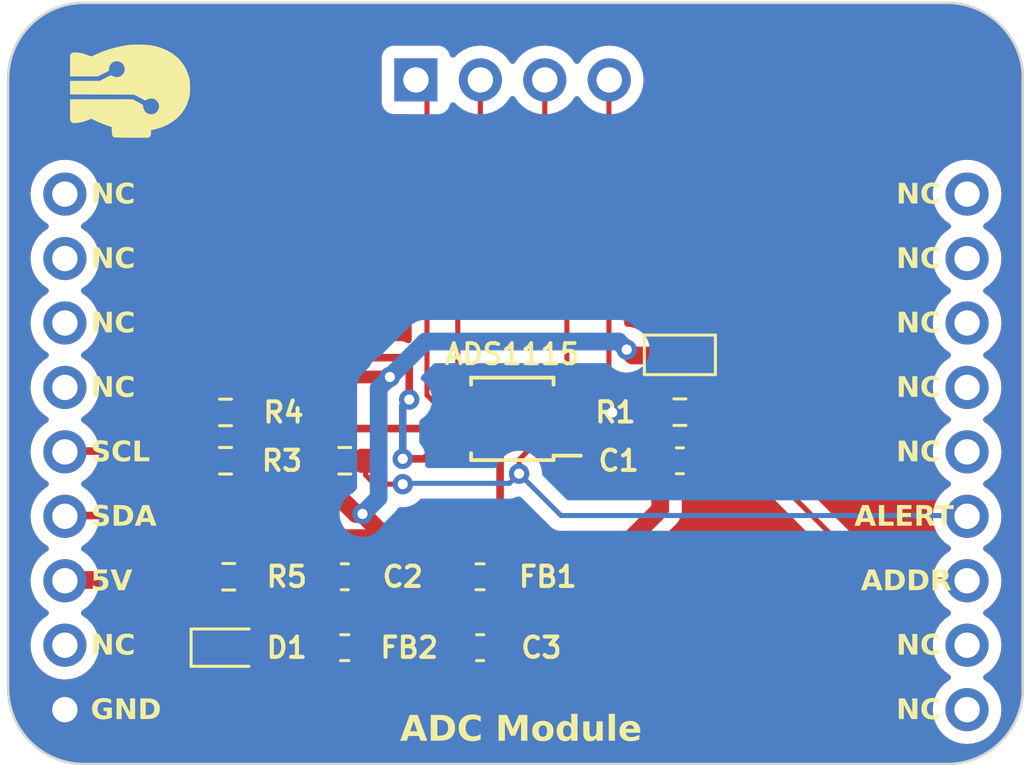
<source format=kicad_pcb>
(kicad_pcb (version 20221018) (generator pcbnew)
  (layers (0 "F.Cu" signal) (31 "B.Cu" signal) (34 "B.Paste" user) (35 "F.Paste" user) (36 "B.SilkS" user "B.Silkscreen") (37 "F.SilkS" user "F.Silkscreen") (38 "B.Mask" user) (39 "F.Mask" user) (44 "Edge.Cuts" user))
  (net 0 "")
  (net 1 "VCC")
  (net 2 "GND")
  (net 3 "+5V")
  (net 4 "SDA")
  (net 5 "SCL")
  (net 6 "AIN0")
  (net 7 "AIN1")
  (net 8 "AIN2")
  (net 9 "AIN3")
  (net 22 "ADDR")
  (net 23 "ALERT")
  (net 24 "Net-(D1-A)")
  (footprint "Resistor_SMD:R_0603_1608Metric" (layer "F.Cu") (at 122.174 94.869 180)
    (fp_text reference "R4" (at -2.286 0) (layer "F.SilkS") (effects (font (size 0.8 0.8) (thickness 0.16) bold)))
    (fp_text value "10K" hide)
    (fp_line (start -0.237258 -0.5225) (end 0.237258 -0.5225) (stroke (width 0.12)) (layer "F.SilkS"))
    (fp_line (start -0.237258 0.5225) (end 0.237258 0.5225) (stroke (width 0.12)) (layer "F.SilkS"))
    (pad "1" smd roundrect (at -0.825 0 180) (size 0.8 0.95) (layers "F.Cu" "F.Paste" "F.Mask") (net 3 "+5V"))
    (pad "2" smd roundrect (at 0.825 0 180) (size 0.8 0.95) (layers "F.Cu" "F.Paste" "F.Mask") (net 5 "SCL"))
  )
  (footprint "Connector_PinSocket_2.54mm:PinSocket_1x04_P2.54mm_Vertical" (layer "F.Cu") (at 129.677 81.763 90)
    (fp_text reference "J1" hide)
    (fp_text value "Conn_01x04_Socket" hide)
    (pad "1" thru_hole rect (at 0 0 90) (size 1.7 1.7) (drill 1) (layers "*.Cu" "*.Mask") (net 9 "AIN3"))
    (pad "2" thru_hole oval (at 0 2.54 90) (size 1.7 1.7) (drill 1) (layers "*.Cu" "*.Mask") (net 8 "AIN2"))
    (pad "3" thru_hole oval (at 0 5.08 90) (size 1.7 1.7) (drill 1) (layers "*.Cu" "*.Mask") (net 7 "AIN1"))
    (pad "4" thru_hole oval (at 0 7.62 90) (size 1.7 1.7) (drill 1) (layers "*.Cu" "*.Mask") (net 6 "AIN0"))
  )
  (footprint "Capacitor_SMD:C_0603_1608Metric" (layer "F.Cu") (at 140.081 96.774)
    (fp_text reference "C1" (at -2.413 0) (layer "F.SilkS") (effects (font (size 0.8 0.8) (thickness 0.16) bold)))
    (fp_text value "10uF" hide)
    (fp_line (start -0.14058 -0.51) (end 0.14058 -0.51) (stroke (width 0.12)) (layer "F.SilkS"))
    (fp_line (start -0.14058 0.51) (end 0.14058 0.51) (stroke (width 0.12)) (layer "F.SilkS"))
    (pad "1" smd roundrect (at -0.775 0) (size 0.9 0.95) (layers "F.Cu" "F.Paste" "F.Mask") (net 1 "VCC"))
    (pad "2" smd roundrect (at 0.775 0) (size 0.9 0.95) (layers "F.Cu" "F.Paste" "F.Mask") (net 2 "GND"))
  )
  (footprint "Resistor_SMD:R_0603_1608Metric" (layer "F.Cu") (at 122.301 101.346)
    (fp_text reference "R5" (at 2.286 0) (layer "F.SilkS") (effects (font (size 0.8 0.8) (thickness 0.16) bold)))
    (fp_text value "470r" hide)
    (fp_line (start -0.237258 -0.5225) (end 0.237258 -0.5225) (stroke (width 0.12)) (layer "F.SilkS"))
    (fp_line (start -0.237258 0.5225) (end 0.237258 0.5225) (stroke (width 0.12)) (layer "F.SilkS"))
    (pad "1" smd roundrect (at -0.825 0) (size 0.8 0.95) (layers "F.Cu" "F.Paste" "F.Mask") (net 3 "+5V"))
    (pad "2" smd roundrect (at 0.825 0) (size 0.8 0.95) (layers "F.Cu" "F.Paste" "F.Mask") (net 24 "Net-(D1-A)"))
  )
  (footprint "Jumper:SolderJumper-2_P1.3mm_Open_Pad1.0x1.5mm" (layer "F.Cu") (at 140.081 92.583 180)
    (fp_text reference "JP1" hide)
    (fp_text value "Jumper_2_Open" hide)
    (fp_line (start -1.4 -0.7968) (end 1.4 -0.7968) (stroke (width 0.12)) (layer "F.SilkS"))
    (fp_line (start -1.4 0.762) (end -1.4 -0.7968) (stroke (width 0.12)) (layer "F.SilkS"))
    (fp_line (start 1.4 -0.7968) (end 1.4 0.762) (stroke (width 0.12)) (layer "F.SilkS"))
    (fp_line (start 1.4 0.762) (end -1.4 0.762) (stroke (width 0.12)) (layer "F.SilkS"))
    (pad "1" smd rect (at -0.65 -0.0408 180) (size 1 1.1056) (layers "F.Cu" "F.Mask") (net 22 "ADDR"))
    (pad "2" smd rect (at 0.65 -0.040801 180) (size 1 1.105598) (layers "F.Cu" "F.Mask") (net 3 "+5V"))
  )
  (footprint "Package_SO:TSSOP-10_3x3mm_P0.5mm" (layer "F.Cu") (at 133.477 95.123 180)
    (fp_text reference "U1" hide)
    (fp_text value "ADS1115" (at 0 2.55) (layer "F.SilkS") (effects (font (size 0.8 0.8))))
    (fp_line (start -1.625 -1.625) (end -1.625 -1.45) (stroke (width 0.15)) (layer "F.SilkS"))
    (fp_line (start -1.625 -1.625) (end 1.625 -1.625) (stroke (width 0.15)) (layer "F.SilkS"))
    (fp_line (start -1.625 -1.45) (end -2.7 -1.45) (stroke (width 0.15)) (layer "F.SilkS"))
    (fp_line (start -1.625 1.625) (end -1.625 1.35) (stroke (width 0.15)) (layer "F.SilkS"))
    (fp_line (start -1.625 1.625) (end 1.625 1.625) (stroke (width 0.15)) (layer "F.SilkS"))
    (fp_line (start 1.625 -1.625) (end 1.625 -1.35) (stroke (width 0.15)) (layer "F.SilkS"))
    (fp_line (start 1.625 1.625) (end 1.625 1.35) (stroke (width 0.15)) (layer "F.SilkS"))
    (pad "1" smd rect (at -2.15 -1 180) (size 1.1 0.25) (layers "F.Cu" "F.Paste" "F.Mask") (net 22 "ADDR"))
    (pad "2" smd rect (at -2.15 -0.5 180) (size 1.1 0.25) (layers "F.Cu" "F.Paste" "F.Mask") (net 23 "ALERT"))
    (pad "3" smd rect (at -2.15 0 180) (size 1.1 0.25) (layers "F.Cu" "F.Paste" "F.Mask") (net 2 "GND"))
    (pad "4" smd rect (at -2.15 0.5 180) (size 1.1 0.25) (layers "F.Cu" "F.Paste" "F.Mask") (net 6 "AIN0"))
    (pad "5" smd rect (at -2.15 1 180) (size 1.1 0.25) (layers "F.Cu" "F.Paste" "F.Mask") (net 7 "AIN1"))
    (pad "6" smd rect (at 2.15 1 180) (size 1.1 0.25) (layers "F.Cu" "F.Paste" "F.Mask") (net 8 "AIN2"))
    (pad "7" smd rect (at 2.15 0.5 180) (size 1.1 0.25) (layers "F.Cu" "F.Paste" "F.Mask") (net 9 "AIN3"))
    (pad "8" smd rect (at 2.15 0 180) (size 1.1 0.25) (layers "F.Cu" "F.Paste" "F.Mask") (net 1 "VCC"))
    (pad "9" smd rect (at 2.15 -0.5 180) (size 1.1 0.25) (layers "F.Cu" "F.Paste" "F.Mask") (net 4 "SDA"))
    (pad "10" smd rect (at 2.15 -1 180) (size 1.1 0.25) (layers "F.Cu" "F.Paste" "F.Mask") (net 5 "SCL"))
  )
  (footprint "LED_SMD:LED_0603_1608Metric" (layer "F.Cu") (at 122.301 104.14)
    (fp_text reference "D1" (at 2.286 0) (layer "F.SilkS") (effects (font (size 0.8 0.8) (thickness 0.16) bold)))
    (fp_text value "LED" hide)
    (fp_line (start -1.485 -0.735) (end -1.485 0.735) (stroke (width 0.12)) (layer "F.SilkS"))
    (fp_line (start -1.485 0.735) (end 0.8 0.735) (stroke (width 0.12)) (layer "F.SilkS"))
    (fp_line (start 0.8 -0.735) (end -1.485 -0.735) (stroke (width 0.12)) (layer "F.SilkS"))
    (pad "1" smd roundrect (at -0.7875 0) (size 0.875 0.95) (layers "F.Cu" "F.Paste" "F.Mask") (net 2 "GND"))
    (pad "2" smd roundrect (at 0.7875 0) (size 0.875 0.95) (layers "F.Cu" "F.Paste" "F.Mask") (net 24 "Net-(D1-A)"))
  )
  (footprint "Resistor_SMD:R_0603_1608Metric" (layer "F.Cu") (at 122.174 96.774 180)
    (fp_text reference "R3" (at -2.223 0) (layer "F.SilkS") (effects (font (size 0.8 0.8) (thickness 0.16) bold)))
    (fp_text value "10K" hide)
    (fp_line (start -0.237258 -0.5225) (end 0.237258 -0.5225) (stroke (width 0.12)) (layer "F.SilkS"))
    (fp_line (start -0.237258 0.5225) (end 0.237258 0.5225) (stroke (width 0.12)) (layer "F.SilkS"))
    (pad "1" smd roundrect (at -0.825 0 180) (size 0.8 0.95) (layers "F.Cu" "F.Paste" "F.Mask") (net 3 "+5V"))
    (pad "2" smd roundrect (at 0.825 0 180) (size 0.8 0.95) (layers "F.Cu" "F.Paste" "F.Mask") (net 4 "SDA"))
  )
  (footprint "Inductor_SMD:L_0603_1608Metric" (layer "F.Cu") (at 126.873 104.14)
    (fp_text reference "FB2" (at 2.54 0) (layer "F.SilkS") (effects (font (size 0.8 0.8) (thickness 0.16) bold)))
    (fp_text value "FerriteBead" hide)
    (fp_line (start -0.162779 -0.51) (end 0.162779 -0.51) (stroke (width 0.12)) (layer "F.SilkS"))
    (fp_line (start -0.162779 0.51) (end 0.162779 0.51) (stroke (width 0.12)) (layer "F.SilkS"))
    (pad "1" smd roundrect (at -0.7875 0) (size 0.875 0.95) (layers "F.Cu" "F.Paste" "F.Mask") (net 2 "GND"))
    (pad "2" smd roundrect (at 0.7875 0) (size 0.875 0.95) (layers "F.Cu" "F.Paste" "F.Mask") (net 2 "GND"))
  )
  (footprint "Resistor_SMD:R_0603_1608Metric" (layer "F.Cu") (at 126.873 96.774)
    (fp_text reference "R2" hide)
    (fp_text value "10k" hide)
    (fp_line (start -0.237258 -0.5225) (end 0.237258 -0.5225) (stroke (width 0.12)) (layer "F.SilkS"))
    (fp_line (start -0.237258 0.5225) (end 0.237258 0.5225) (stroke (width 0.12)) (layer "F.SilkS"))
    (pad "1" smd roundrect (at -0.825 0) (size 0.8 0.95) (layers "F.Cu" "F.Paste" "F.Mask") (net 3 "+5V"))
    (pad "2" smd roundrect (at 0.825 0) (size 0.8 0.95) (layers "F.Cu" "F.Paste" "F.Mask") (net 23 "ALERT"))
  )
  (footprint "Moduler_:pin_header" (layer "F.Cu") (at 133.366994 96.930852)
    (fp_text reference "U3" hide)
    (fp_text value "~" hide)
    (fp_text user "ADDR" (at 13.843 5.08 unlocked) (layer "F.SilkS") (effects (font (size 0.8 0.8) (thickness 0.2) bold) (justify left bottom)))
    (fp_text user "NC" (at 15.24 -2.54 unlocked) (layer "F.SilkS") (effects (font (size 0.8 0.8) (thickness 0.2) bold) (justify left bottom)))
    (fp_text user "NC" (at 15.24 7.62 unlocked) (layer "F.SilkS") (effects (font (size 0.8 0.8) (thickness 0.2) bold) (justify left bottom)))
    (fp_text user "SDA" (at -16.51 2.54 unlocked) (layer "F.SilkS") (effects (font (size 0.8 0.8) (thickness 0.2) bold) (justify left bottom)))
    (fp_text user "GND" (at -16.51 10.16 unlocked) (layer "F.SilkS") (effects (font (size 0.8 0.8) (thickness 0.2) bold) (justify left bottom)))
    (fp_text user "NC" (at -16.51 -5.08 unlocked) (layer "F.SilkS") (effects (font (size 0.8 0.8) (thickness 0.2) bold) (justify left bottom)))
    (fp_text user "NC" (at -16.51 -10.16 unlocked) (layer "F.SilkS") (effects (font (size 0.8 0.8) (thickness 0.2) bold) (justify left bottom)))
    (fp_text user "ADC Module" (at -4.318 11.049 unlocked) (layer "F.SilkS") (effects (font (thickness 0.2) bold) (justify left bottom)))
    (fp_text user "NC" (at -16.51 7.62 unlocked) (layer "F.SilkS") (effects (font (size 0.8 0.8) (thickness 0.2) bold) (justify left bottom)))
    (fp_text user "NC" (at -16.51 -2.54 unlocked) (layer "F.SilkS") (effects (font (size 0.8 0.8) (thickness 0.2) bold) (justify left bottom)))
    (fp_text user "NC" (at 15.24 10.16 unlocked) (layer "F.SilkS") (effects (font (size 0.8 0.8) (thickness 0.2) bold) (justify left bottom)))
    (fp_text user "5V" (at -16.51 5.08 unlocked) (layer "F.SilkS") (effects (font (size 0.8 0.8) (thickness 0.2) bold) (justify left bottom)))
    (fp_text user "NC" (at 15.24 -7.62 unlocked) (layer "F.SilkS") (effects (font (size 0.8 0.8) (thickness 0.2) bold) (justify left bottom)))
    (fp_text user "ALERT" (at 13.589 2.54 unlocked) (layer "F.SilkS") (effects (font (size 0.8 0.8) (thickness 0.2) bold) (justify left bottom)))
    (fp_text user "NC" (at 15.24 -10.16 unlocked) (layer "F.SilkS") (effects (font (size 0.8 0.8) (thickness 0.2) bold) (justify left bottom)))
    (fp_text user "NC" (at 15.24 0 unlocked) (layer "F.SilkS") (effects (font (size 0.8 0.8) (thickness 0.2) bold) (justify left bottom)))
    (fp_text user "NC" (at -16.51 -7.62 unlocked) (layer "F.SilkS") (effects (font (size 0.8 0.8) (thickness 0.2) bold) (justify left bottom)))
    (fp_text user "NC" (at 15.24 -5.08 unlocked) (layer "F.SilkS") (effects (font (size 0.8 0.8) (thickness 0.2) bold) (justify left bottom)))
    (fp_text user "SCL" (at -16.51 0 unlocked) (layer "F.SilkS") (effects (font (size 0.8 0.8) (thickness 0.2) bold) (justify left bottom)))
    (fp_poly (pts (xy -14.485582 -16.559009) (xy -14.360573 -16.554745) (xy -14.248636 -16.54798) (xy -14.157002 -16.538775) (xy -14.117924 -16.532703) (xy -13.929469 -16.491549) (xy -13.759531 -16.440533) (xy -13.595569 -16.375574) (xy -13.505604 -16.333511) (xy -13.302009 -16.218091) (xy -13.123321 -16.083397) (xy -12.969118 -15.928915) (xy -12.838978 -15.754131) (xy -12.73248 -15.558531) (xy -12.6492 -15.3416) (xy -12.625721 -15.261504) (xy -12.612959 -15.20932) (xy -12.603846 -15.156964) (xy -12.597806 -15.097579) (xy -12.594264 -15.024306) (xy -12.592645 -14.930288) (xy -12.59236 -14.863654) (xy -12.592671 -14.758539) (xy -12.594379 -14.67766) (xy -12.598173 -14.613669) (xy -12.604739 -14.559219) (xy -12.614766 -14.506962) (xy -12.628942 -14.449549) (xy -12.632287 -14.43698) (xy -12.705714 -14.221543) (xy -12.805363 -14.022972) (xy -12.930147 -13.842253) (xy -13.078978 -13.68037) (xy -13.250768 -13.538308) (xy -13.444431 -13.417053) (xy -13.658878 -13.317589) (xy -13.893022 -13.240901) (xy -13.975535 -13.220506) (xy -14.129547 -13.185381) (xy -14.129547 -13.083439) (xy -14.131087 -13.025365) (xy -14.138019 -12.987709) (xy -14.153807 -12.959356) (xy -14.17572 -12.935324) (xy -14.221893 -12.889151) (xy -14.898388 -12.889632) (xy -15.093554 -12.890179) (xy -15.257188 -12.891522) (xy -15.389336 -12.893662) (xy -15.490047 -12.896601) (xy -15.559371 -12.900339) (xy -15.597354 -12.904877) (xy -15.604006 -12.907041) (xy -15.639705 -12.944721) (xy -15.663541 -13.009816) (xy -15.675744 -13.103144) (xy -15.677582 -13.169023) (xy -15.677607 -13.307746) (xy -15.877323 -13.375342) (xy -15.973613 -13.410249) (xy -16.083694 -13.453796) (xy -16.193274 -13.500154) (xy -16.27912 -13.539209) (xy -16.481202 -13.63548) (xy -16.625058 -13.577237) (xy -16.814264 -13.51298) (xy -16.995657 -13.477073) (xy -17.112214 -13.468483) (xy -17.172568 -13.467793) (xy -17.210949 -13.471228) (xy -17.236949 -13.481681) (xy -17.260163 -13.502045) (xy -17.274123 -13.517292) (xy -17.320343 -13.568879) (xy -17.320343 -13.987224) (xy -17.320343 -14.405569) (xy -16.086926 -14.405569) (xy -14.85351 -14.405569) (xy -14.643801 -14.294889) (xy -14.56284 -14.251731) (xy -14.506066 -14.219928) (xy -14.469493 -14.196546) (xy -14.449134 -14.178651) (xy -14.441003 -14.163308) (xy -14.441111 -14.147581) (xy -14.441413 -14.14592) (xy -14.43976 -14.092795) (xy -14.421236 -14.027967) (xy -14.3904 -13.962942) (xy -14.35181 -13.909228) (xy -14.344762 -13.902005) (xy -14.296227 -13.865834) (xy -14.236644 -13.835404) (xy -14.214799 -13.827587) (xy -14.121045 -13.813694) (xy -14.033382 -13.827179) (xy -13.955509 -13.863953) (xy -13.891126 -13.919926) (xy -13.843932 -13.991011) (xy -13.817627 -14.073118) (xy -13.815911 -14.162158) (xy -13.838074 -14.243952) (xy -13.888707 -14.328311) (xy -13.95777 -14.389514) (xy -14.040589 -14.425955) (xy -14.132494 -14.436027) (xy -14.228811 -14.418125) (xy -14.281052 -14.396241) (xy -14.36193 -14.355321) (xy -14.581404 -14.471272) (xy -14.800878 -14.587224) (xy -16.06061 -14.591538) (xy -17.320343 -14.595853) (xy -17.320343 -14.86402) (xy -17.320343 -15.132186) (xy -16.736108 -15.132186) (xy -16.151873 -15.132186) (xy -15.92364 -15.25081) (xy -15.825628 -15.300328) (xy -15.752835 -15.333929) (xy -15.705794 -15.351385) (xy -15.685044 -15.352471) (xy -15.684533 -15.351839) (xy -15.664369 -15.334981) (xy -15.626413 -15.313259) (xy -15.608475 -15.304645) (xy -15.517344 -15.278515) (xy -15.42868 -15.280387) (xy -15.34665 -15.306716) (xy -15.27542 -15.353956) (xy -15.219157 -15.418565) (xy -15.182028 -15.496995) (xy -15.1682 -15.585704) (xy -15.178799 -15.670169) (xy -15.216089 -15.756834) (xy -15.2752 -15.826154) (xy -15.350432 -15.875231) (xy -15.436087 -15.901168) (xy -15.526465 -15.901066) (xy -15.594919 -15.881743) (xy -15.679764 -15.831605) (xy -15.7402 -15.761879) (xy -15.776844 -15.671686) (xy -15.787538 -15.6087) (xy -15.796027 -15.524455) (xy -16.008245 -15.415199) (xy -16.220463 -15.305942) (xy -16.770403 -15.305942) (xy -17.320343 -15.305942) (xy -17.320343 -15.73365) (xy -17.320343 -16.161358) (xy -17.27417 -16.207531) (xy -17.247441 -16.231634) (xy -17.221044 -16.24546) (xy -17.185152 -16.251797) (xy -17.129936 -16.253429) (xy -17.112261 -16.253429) (xy -16.965134 -16.242789) (xy -16.813828 -16.210492) (xy -16.650907 -16.15493) (xy -16.643254 -16.151886) (xy -16.580147 -16.127507) (xy -16.526736 -16.108472) (xy -16.490695 -16.097439) (xy -16.481152 -16.095743) (xy -16.459332 -16.102404) (xy -16.415439 -16.120594) (xy -16.35561 -16.147624) (xy -16.285983 -16.180807) (xy -16.277762 -16.184828) (xy -16.053998 -16.282606) (xy -15.80365 -16.369931) (xy -15.530295 -16.445763) (xy -15.237504 -16.509065) (xy -15.053614 -16.540657) (xy -14.971712 -16.549822) (xy -14.866727 -16.556178) (xy -14.74589 -16.559787) (xy -14.616431 -16.56071)) (fill solid) (layer "F.SilkS"))
    (fp_poly (pts (xy -19.759475 -15.361112) (xy -19.747896 -15.5134) (xy -19.728827 -15.663474) (xy -19.702457 -15.811146) (xy -19.668975 -15.956226) (xy -19.628568 -16.098527) (xy -19.581426 -16.23786) (xy -19.527736 -16.374037) (xy -19.467687 -16.506869) (xy -19.401468 -16.636168) (xy -19.329267 -16.761745) (xy -19.251272 -16.883413) (xy -19.167671 -17.000982) (xy -19.078654 -17.114264) (xy -18.984408 -17.223072) (xy -18.885122 -17.327215) (xy -18.780984 -17.426507) (xy -18.672182 -17.520758) (xy -18.558906 -17.609781) (xy -18.441343 -17.693386) (xy -18.319683 -17.771386) (xy -18.194112 -17.843591) (xy -18.06482 -17.909814) (xy -17.931995 -17.969866) (xy -17.795826 -18.023559) (xy -17.6565 -18.070704) (xy -17.514207 -18.111113) (xy -17.369134 -18.144597) (xy -17.221471 -18.170968) (xy -17.071405 -18.190038) (xy -16.919125 -18.201619) (xy -16.764819 -18.20552) (xy 17.238832 -18.20552) (xy 17.393137 -18.201619) (xy 17.545417 -18.190038) (xy 17.695483 -18.170968) (xy 17.843146 -18.144597) (xy 17.988219 -18.111113) (xy 18.130512 -18.070704) (xy 18.269837 -18.023559) (xy 18.406006 -17.969866) (xy 18.538831 -17.909814) (xy 18.668123 -17.843591) (xy 18.793694 -17.771386) (xy 18.915355 -17.693386) (xy 19.032917 -17.609781) (xy 19.146194 -17.520758) (xy 19.254995 -17.426507) (xy 19.359133 -17.327215) (xy 19.458419 -17.223072) (xy 19.552665 -17.114264) (xy 19.641683 -17.000982) (xy 19.725284 -16.883413) (xy 19.803279 -16.761745) (xy 19.87548 -16.636168) (xy 19.9417 -16.506869) (xy 20.001748 -16.374037) (xy 20.055438 -16.23786) (xy 20.102581 -16.098527) (xy 20.142987 -15.956226) (xy 20.17647 -15.811146) (xy 20.20284 -15.663474) (xy 20.221909 -15.5134) (xy 20.233488 -15.361112) (xy 20.23739 -15.206798) (xy 20.23739 8.797094) (xy 20.233488 8.951408) (xy 20.221909 9.103696) (xy 20.20284 9.25377) (xy 20.17647 9.401441) (xy 20.142987 9.546522) (xy 20.102581 9.688822) (xy 20.055438 9.828155) (xy 20.001748 9.964332) (xy 19.9417 10.097164) (xy 19.87548 10.226463) (xy 19.803279 10.352041) (xy 19.725284 10.473708) (xy 19.641683 10.591278) (xy 19.552665 10.70456) (xy 19.458419 10.813367) (xy 19.359133 10.917511) (xy 19.254995 11.016803) (xy 19.146194 11.111054) (xy 19.032917 11.200077) (xy 18.915355 11.283682) (xy 18.793694 11.361681) (xy 18.668123 11.433887) (xy 18.538831 11.50011) (xy 18.406006 11.560162) (xy 18.269837 11.613855) (xy 18.130512 11.661) (xy 17.988219 11.701409) (xy 17.843146 11.734893) (xy 17.695483 11.761265) (xy 17.545417 11.780334) (xy 17.393137 11.791915) (xy 17.238832 11.795817) (xy -16.764819 11.795817) (xy -16.919125 11.791915) (xy -17.071405 11.780334) (xy -17.221471 11.761265) (xy -17.369134 11.734893) (xy -17.514207 11.701409) (xy -17.6565 11.661) (xy -17.795826 11.613855) (xy -17.931995 11.560162) (xy -18.06482 11.50011) (xy -18.194112 11.433887) (xy -18.319683 11.361681) (xy -18.441343 11.283682) (xy -18.558906 11.200077) (xy -18.672182 11.111054) (xy -18.780984 11.016803) (xy -18.885122 10.917511) (xy -18.984408 10.813367) (xy -19.078654 10.70456) (xy -19.167671 10.591278) (xy -19.251272 10.473708) (xy -19.329267 10.352041) (xy -19.401468 10.226463) (xy -19.467687 10.097164) (xy -19.527736 9.964332) (xy -19.581426 9.828155) (xy -19.628568 9.688822) (xy -19.668975 9.546522) (xy -19.702457 9.401441) (xy -19.728827 9.25377) (xy -19.747896 9.103696) (xy -19.759475 8.951408) (xy -19.763377 8.797094) (xy -19.763377 -15.206798)) (stroke (width 0.1)) (fill none) (layer "Edge.Cuts"))
    (pad "1" thru_hole oval (at -17.526 -10.668) (size 1.7 1.7) (drill 1) (layers "*.Cu" "*.Mask"))
    (pad "2" thru_hole oval (at -17.526 -8.128) (size 1.7 1.7) (drill 1) (layers "*.Cu" "*.Mask"))
    (pad "3" thru_hole oval (at -17.526 -5.588) (size 1.7 1.7) (drill 1) (layers "*.Cu" "*.Mask"))
    (pad "4" thru_hole oval (at -17.526 -3.048) (size 1.7 1.7) (drill 1) (layers "*.Cu" "*.Mask"))
    (pad "5" thru_hole oval (at -17.526 -0.508) (size 1.7 1.7) (drill 1) (layers "*.Cu" "*.Mask") (net 5 "SCL"))
    (pad "6" thru_hole oval (at -17.526 2.032) (size 1.7 1.7) (drill 1) (layers "*.Cu" "*.Mask") (net 4 "SDA"))
    (pad "7" thru_hole oval (at -17.526 4.572) (size 1.7 1.7) (drill 1) (layers "*.Cu" "*.Mask") (net 3 "+5V"))
    (pad "8" thru_hole oval (at -17.526 7.112) (size 1.7 1.7) (drill 1) (layers "*.Cu" "*.Mask"))
    (pad "9" thru_hole oval (at -17.526 9.652) (size 1.7 1.7) (drill 1) (layers "*.Cu" "*.Mask") (net 2 "GND"))
    (pad "10" thru_hole oval (at 18.034 9.652) (size 1.7 1.7) (drill 1) (layers "*.Cu" "*.Mask"))
    (pad "11" thru_hole oval (at 18.034 7.112) (size 1.7 1.7) (drill 1) (layers "*.Cu" "*.Mask"))
    (pad "12" thru_hole oval (at 18.034 4.572) (size 1.7 1.7) (drill 1) (layers "*.Cu" "*.Mask") (net 22 "ADDR"))
    (pad "13" thru_hole oval (at 18.034 2.032) (size 1.7 1.7) (drill 1) (layers "*.Cu" "*.Mask") (net 23 "ALERT"))
    (pad "14" thru_hole oval (at 18.034 -0.508) (size 1.7 1.7) (drill 1) (layers "*.Cu" "*.Mask"))
    (pad "15" thru_hole oval (at 18.034 -3.048) (size 1.7 1.7) (drill 1) (layers "*.Cu" "*.Mask"))
    (pad "16" thru_hole oval (at 18.034 -5.588) (size 1.7 1.7) (drill 1) (layers "*.Cu" "*.Mask"))
    (pad "17" thru_hole oval (at 18.034 -8.128) (size 1.7 1.7) (drill 1) (layers "*.Cu" "*.Mask"))
    (pad "18" thru_hole oval (at 18.034 -10.668) (size 1.7 1.7) (drill 1) (layers "*.Cu" "*.Mask"))
  )
  (footprint "Capacitor_SMD:C_0603_1608Metric" (layer "F.Cu") (at 132.207 104.14 180)
    (fp_text reference "C3" (at -2.413 0 180) (layer "F.SilkS") (effects (font (size 0.8 0.8) (thickness 0.16) bold)))
    (fp_text value "0.1uF" hide)
    (fp_line (start -0.14058 -0.51) (end 0.14058 -0.51) (stroke (width 0.12)) (layer "F.SilkS"))
    (fp_line (start -0.14058 0.51) (end 0.14058 0.51) (stroke (width 0.12)) (layer "F.SilkS"))
    (pad "1" smd roundrect (at -0.775 0 180) (size 0.9 0.95) (layers "F.Cu" "F.Paste" "F.Mask") (net 1 "VCC"))
    (pad "2" smd roundrect (at 0.775 0 180) (size 0.9 0.95) (layers "F.Cu" "F.Paste" "F.Mask") (net 2 "GND"))
  )
  (footprint "Inductor_SMD:L_0603_1608Metric" (layer "F.Cu") (at 132.207 101.346)
    (fp_text reference "FB1" (at 2.667 0) (layer "F.SilkS") (effects (font (size 0.8 0.8) (thickness 0.16) bold)))
    (fp_text value "FerriteBead" hide)
    (fp_line (start -0.162779 -0.51) (end 0.162779 -0.51) (stroke (width 0.12)) (layer "F.SilkS"))
    (fp_line (start -0.162779 0.51) (end 0.162779 0.51) (stroke (width 0.12)) (layer "F.SilkS"))
    (pad "1" smd roundrect (at -0.7875 0) (size 0.875 0.95) (layers "F.Cu" "F.Paste" "F.Mask") (net 3 "+5V"))
    (pad "2" smd roundrect (at 0.7875 0) (size 0.875 0.95) (layers "F.Cu" "F.Paste" "F.Mask") (net 1 "VCC"))
  )
  (footprint "Resistor_SMD:R_0603_1608Metric" (layer "F.Cu") (at 140.081 94.859)
    (fp_text reference "R1" (at -2.54 0.006) (layer "F.SilkS") (effects (font (size 0.8 0.8) (thickness 0.16) bold)))
    (fp_text value "10K" hide)
    (fp_line (start -0.237258 -0.5225) (end 0.237258 -0.5225) (stroke (width 0.12)) (layer "F.SilkS"))
    (fp_line (start -0.237258 0.5225) (end 0.237258 0.5225) (stroke (width 0.12)) (layer "F.SilkS"))
    (pad "1" smd roundrect (at -0.825 0) (size 0.8 0.95) (layers "F.Cu" "F.Paste" "F.Mask") (net 22 "ADDR"))
    (pad "2" smd roundrect (at 0.825 0) (size 0.8 0.95) (layers "F.Cu" "F.Paste" "F.Mask") (net 2 "GND"))
  )
  (footprint "Capacitor_SMD:C_0603_1608Metric" (layer "F.Cu") (at 126.873 101.346)
    (fp_text reference "C2" (at 2.286 0) (layer "F.SilkS") (effects (font (size 0.8 0.8) (thickness 0.16) bold)))
    (fp_text value "10uF" hide)
    (fp_line (start -0.14058 -0.51) (end 0.14058 -0.51) (stroke (width 0.12)) (layer "F.SilkS"))
    (fp_line (start -0.14058 0.51) (end 0.14058 0.51) (stroke (width 0.12)) (layer "F.SilkS"))
    (pad "1" smd roundrect (at -0.775 0) (size 0.9 0.95) (layers "F.Cu" "F.Paste" "F.Mask") (net 3 "+5V"))
    (pad "2" smd roundrect (at 0.775 0) (size 0.9 0.95) (layers "F.Cu" "F.Paste" "F.Mask") (net 2 "GND"))
  )
  (segment (start 132.202 95.123) (end 132.268 95.123) (width 0.3) (layer "F.Cu") (net 1))
  (segment (start 139.306 98.692) (end 139.306 96.774) (width 0.7) (layer "F.Cu") (net 1))
  (segment (start 132.9945 95.8495) (end 132.9945 101.346) (width 0.3) (layer "F.Cu") (net 1))
  (segment (start 136.652 101.346) (end 139.306 98.692) (width 0.7) (layer "F.Cu") (net 1))
  (segment (start 132.268 95.123) (end 132.9945 95.8495) (width 0.3) (layer "F.Cu") (net 1))
  (segment (start 131.327 95.123) (end 132.202 95.123) (width 0.2) (layer "F.Cu") (net 1))
  (segment (start 132.9945 101.346) (end 132.9945 104.1275) (width 0.7) (layer "F.Cu") (net 1))
  (segment (start 132.9945 104.1275) (end 132.982 104.14) (width 0.7) (layer "F.Cu") (net 1))
  (segment (start 132.9945 101.346) (end 136.652 101.346) (width 0.7) (layer "F.Cu") (net 1))
  (segment (start 137.16 95.123) (end 137.414 94.869) (width 0.2) (layer "F.Cu") (net 2))
  (segment (start 135.627 95.123) (end 137.16 95.123) (width 0.2) (layer "F.Cu") (net 2))
  (via (at 137.414 94.869) (size 0.8) (drill 0.4) (layers "F.Cu" "B.Cu") (net 2))
  (segment (start 115.824 101.473) (end 121.349 101.473) (width 0.7) (layer "F.Cu") (net 3))
  (segment (start 127.3175 98.8695) (end 126.048 97.6) (width 0.7) (layer "F.Cu") (net 3))
  (segment (start 123.078411 99.710411) (end 123.078411 96.853411) (width 0.7) (layer "F.Cu") (net 3))
  (segment (start 128.524 99.822) (end 130.683 99.822) (width 0.7) (layer "F.Cu") (net 3))
  (segment (start 128.524 99.822) (end 127.5715 98.8695) (width 0.7) (layer "F.Cu") (net 3))
  (segment (start 126.048 97.6) (end 126.048 96.774) (width 0.7) (layer "F.Cu") (net 3))
  (segment (start 126.098 100.444) (end 126.098 101.346) (width 0.7) (layer "F.Cu") (net 3))
  (segment (start 130.683 99.822) (end 131.4195 100.5585) (width 0.7) (layer "F.Cu") (net 3))
  (segment (start 131.4195 100.5585) (end 131.4195 101.346) (width 0.7) (layer "F.Cu") (net 3))
  (segment (start 127.5715 98.8695) (end 127.3175 98.8695) (width 0.7) (layer "F.Cu") (net 3))
  (segment (start 122.999 94.869) (end 124.46 94.869) (width 0.5) (layer "F.Cu") (net 3))
  (segment (start 123.19 99.822) (end 123.078411 99.710411) (width 0.7) (layer "F.Cu") (net 3))
  (segment (start 125.476 99.822) (end 126.098 100.444) (width 0.7) (layer "F.Cu") (net 3))
  (segment (start 126.098 101.346) (end 126.098 100.597) (width 0.7) (layer "F.Cu") (net 3))
  (segment (start 121.476 100.52) (end 122.174 99.822) (width 0.7) (layer "F.Cu") (net 3))
  (segment (start 123.19 99.822) (end 125.476 99.822) (width 0.7) (layer "F.Cu") (net 3))
  (segment (start 125.857 93.472) (end 128.651 93.472) (width 0.5) (layer "F.Cu") (net 3))
  (segment (start 122.174 99.822) (end 123.19 99.822) (width 0.7) (layer "F.Cu") (net 3))
  (segment (start 121.349 101.473) (end 121.476 101.346) (width 0.7) (layer "F.Cu") (net 3))
  (segment (start 124.46 94.869) (end 125.857 93.472) (width 0.5) (layer "F.Cu") (net 3))
  (segment (start 123.078411 96.853411) (end 122.999 96.774) (width 0.7) (layer "F.Cu") (net 3))
  (segment (start 138.216801 92.623801) (end 139.431 92.623801) (width 0.7) (layer "F.Cu") (net 3))
  (segment (start 126.098 100.597) (end 126.873 99.822) (width 0.7) (layer "F.Cu") (net 3))
  (segment (start 137.9855 92.3925) (end 138.216801 92.623801) (width 0.7) (layer "F.Cu") (net 3))
  (segment (start 121.476 101.346) (end 121.476 100.52) (width 0.7) (layer "F.Cu") (net 3))
  (segment (start 126.873 99.822) (end 128.524 99.822) (width 0.7) (layer "F.Cu") (net 3))
  (via (at 137.9855 92.3925) (size 0.8) (drill 0.4) (layers "F.Cu" "B.Cu") (net 3))
  (via (at 127.5715 98.8695) (size 0.8) (drill 0.4) (layers "F.Cu" "B.Cu") (net 3))
  (via (at 128.651 93.472) (size 0.8) (drill 0.4) (layers "F.Cu" "B.Cu") (net 3))
  (segment (start 128.209 93.914) (end 128.651 93.472) (width 0.7) (layer "B.Cu") (net 3))
  (segment (start 137.9855 92.3925) (end 137.668 92.075) (width 0.7) (layer "B.Cu") (net 3))
  (segment (start 128.209 98.232) (end 128.209 93.914) (width 0.7) (layer "B.Cu") (net 3))
  (segment (start 137.668 92.075) (end 130.048 92.075) (width 0.7) (layer "B.Cu") (net 3))
  (segment (start 127.5715 98.8695) (end 128.209 98.232) (width 0.7) (layer "B.Cu") (net 3))
  (segment (start 130.048 92.075) (end 128.651 93.472) (width 0.7) (layer "B.Cu") (net 3))
  (segment (start 122.238 95.885) (end 121.349 96.774) (width 0.3) (layer "F.Cu") (net 4))
  (segment (start 118.364 98.933) (end 120.523 96.774) (width 0.3) (layer "F.Cu") (net 4))
  (segment (start 120.523 96.774) (end 121.349 96.774) (width 0.3) (layer "F.Cu") (net 4))
  (segment (start 130.167 95.623) (end 131.327 95.623) (width 0.2) (layer "F.Cu") (net 4))
  (segment (start 115.824 98.933) (end 118.364 98.933) (width 0.3) (layer "F.Cu") (net 4))
  (segment (start 130.048 95.504) (end 130.167 95.623) (width 0.2) (layer "F.Cu") (net 4))
  (segment (start 130.048 95.504) (end 124.079 95.504) (width 0.3) (layer "F.Cu") (net 4))
  (segment (start 123.698 95.885) (end 122.238 95.885) (width 0.3) (layer "F.Cu") (net 4))
  (segment (start 124.079 95.504) (end 123.698 95.885) (width 0.3) (layer "F.Cu") (net 4))
  (segment (start 129.413 93.091) (end 129.413 94.361) (width 0.3) (layer "F.Cu") (net 5))
  (segment (start 130.588396 96.123) (end 131.327 96.123) (width 0.2) (layer "F.Cu") (net 5))
  (segment (start 121.349 93.916) (end 122.555 92.71) (width 0.3) (layer "F.Cu") (net 5))
  (segment (start 122.555 92.71) (end 129.032 92.71) (width 0.3) (layer "F.Cu") (net 5))
  (segment (start 121.349 94.869) (end 121.349 93.916) (width 0.3) (layer "F.Cu") (net 5))
  (segment (start 115.824 96.393) (end 118.745 96.393) (width 0.3) (layer "F.Cu") (net 5))
  (segment (start 129.032 92.71) (end 129.413 93.091) (width 0.3) (layer "F.Cu") (net 5))
  (segment (start 118.745 96.393) (end 120.269 94.869) (width 0.3) (layer "F.Cu") (net 5))
  (segment (start 130.012896 96.6985) (end 129.159 96.6985) (width 0.3) (layer "F.Cu") (net 5))
  (segment (start 130.246698 96.464698) (end 130.012896 96.6985) (width 0.3) (layer "F.Cu") (net 5))
  (segment (start 130.246698 96.464698) (end 130.588396 96.123) (width 0.2) (layer "F.Cu") (net 5))
  (segment (start 120.269 94.869) (end 121.349 94.869) (width 0.3) (layer "F.Cu") (net 5))
  (via (at 129.159 96.6985) (size 0.8) (drill 0.4) (layers "F.Cu" "B.Cu") (net 5))
  (via (at 129.413 94.361) (size 0.8) (drill 0.4) (layers "F.Cu" "B.Cu") (net 5))
  (segment (start 129.159 94.615) (end 129.159 96.6985) (width 0.3) (layer "B.Cu") (net 5))
  (segment (start 129.413 94.361) (end 129.159 94.615) (width 0.3) (layer "B.Cu") (net 5))
  (segment (start 137.2855 93.7395) (end 137.2855 81.7745) (width 0.2) (layer "F.Cu") (net 6))
  (segment (start 137.2855 81.7745) (end 137.297 81.763) (width 0.2) (layer "F.Cu") (net 6))
  (segment (start 136.402 94.623) (end 137.2855 93.7395) (width 0.2) (layer "F.Cu") (net 6))
  (segment (start 135.627 94.623) (end 136.402 94.623) (width 0.2) (layer "F.Cu") (net 6))
  (segment (start 137.297 81.763) (end 137.551 81.763) (width 0.2) (layer "F.Cu") (net 6))
  (segment (start 135.627 84.573) (end 134.757 83.703) (width 0.2) (layer "F.Cu") (net 7))
  (segment (start 135.627 94.123) (end 135.627 84.573) (width 0.2) (layer "F.Cu") (net 7))
  (segment (start 134.757 83.703) (end 134.757 81.763) (width 0.2) (layer "F.Cu") (net 7))
  (segment (start 131.327 84.954) (end 132.217 84.064) (width 0.2) (layer "F.Cu") (net 8))
  (segment (start 131.327 94.123) (end 131.327 84.954) (width 0.2) (layer "F.Cu") (net 8))
  (segment (start 132.217 84.064) (end 132.217 81.763) (width 0.2) (layer "F.Cu") (net 8))
  (segment (start 131.327 94.623) (end 130.552 94.623) (width 0.2) (layer "F.Cu") (net 9))
  (segment (start 130.552 94.623) (end 130.113 94.184) (width 0.2) (layer "F.Cu") (net 9))
  (segment (start 130.113 94.184) (end 130.113 82.199) (width 0.2) (layer "F.Cu") (net 9))
  (segment (start 130.113 82.199) (end 129.677 81.763) (width 0.2) (layer "F.Cu") (net 9))
  (segment (start 129.677 81.763) (end 129.931 81.763) (width 0.2) (layer "F.Cu") (net 9))
  (segment (start 139.7 93.853) (end 140.462 93.853) (width 0.2) (layer "F.Cu") (net 22))
  (segment (start 139.256 94.859) (end 139.256 94.297) (width 0.2) (layer "F.Cu") (net 22))
  (segment (start 135.627 96.123) (end 137.303 96.123) (width 0.2) (layer "F.Cu") (net 22))
  (segment (start 138.567 94.859) (end 139.256 94.859) (width 0.2) (layer "F.Cu") (net 22))
  (segment (start 139.779941 95.837941) (end 142.192941 95.837941) (width 0.2) (layer "F.Cu") (net 22))
  (segment (start 140.462 93.853) (end 140.731 93.584) (width 0.2) (layer "F.Cu") (net 22))
  (segment (start 142.192941 95.837941) (end 147.828 101.473) (width 0.2) (layer "F.Cu") (net 22))
  (segment (start 139.256 94.859) (end 139.256 95.314) (width 0.2) (layer "F.Cu") (net 22))
  (segment (start 147.828 101.473) (end 151.384 101.473) (width 0.2) (layer "F.Cu") (net 22))
  (segment (start 140.731 93.584) (end 140.731 92.6238) (width 0.2) (layer "F.Cu") (net 22))
  (segment (start 139.256 94.297) (end 139.7 93.853) (width 0.2) (layer "F.Cu") (net 22))
  (segment (start 139.256 95.314) (end 139.779941 95.837941) (width 0.2) (layer "F.Cu") (net 22))
  (segment (start 137.303 96.123) (end 138.567 94.859) (width 0.2) (layer "F.Cu") (net 22))
  (segment (start 129.159 97.698003) (end 128.051003 97.698003) (width 0.2) (layer "F.Cu") (net 23))
  (segment (start 133.744 96.731) (end 133.744 97.282) (width 0.2) (layer "F.Cu") (net 23))
  (segment (start 134.852 95.623) (end 133.744 96.731) (width 0.2) (layer "F.Cu") (net 23))
  (segment (start 127.698 97.345) (end 127.698 96.774) (width 0.2) (layer "F.Cu") (net 23))
  (segment (start 135.627 95.623) (end 134.852 95.623) (width 0.2) (layer "F.Cu") (net 23))
  (segment (start 128.051003 97.698003) (end 127.698 97.345) (width 0.2) (layer "F.Cu") (net 23))
  (via (at 129.159 97.698003) (size 0.8) (drill 0.4) (layers "F.Cu" "B.Cu") (net 23))
  (via (at 133.744 97.282) (size 0.8) (drill 0.4) (layers "F.Cu" "B.Cu") (net 23))
  (segment (start 133.744 97.282) (end 135.395 98.933) (width 0.2) (layer "B.Cu") (net 23))
  (segment (start 133.363 97.663) (end 129.194003 97.663) (width 0.2) (layer "B.Cu") (net 23))
  (segment (start 129.194003 97.663) (end 129.159 97.698003) (width 0.2) (layer "B.Cu") (net 23))
  (segment (start 133.744 97.282) (end 133.363 97.663) (width 0.2) (layer "B.Cu") (net 23))
  (segment (start 135.395 98.933) (end 151.384 98.933) (width 0.2) (layer "B.Cu") (net 23))
  (segment (start 123.126 101.346) (end 123.126 104.1025) (width 0.7) (layer "F.Cu") (net 24))
  (segment (start 123.126 104.1025) (end 123.0885 104.14) (width 0.7) (layer "F.Cu") (net 24))
  (zone (net 2) (net_name "GND") (layers "F&B.Cu") (connect_pads yes (clearance 0.5)) (min_thickness 0.25) (fill yes (thermal_gap 0.5) (thermal_bridge_width 0.5))
    (polygon (pts (xy 153.543 78.613) (xy 153.543 108.712) (xy 113.284 108.712) (xy 113.284 78.613)))
  )
)
</source>
